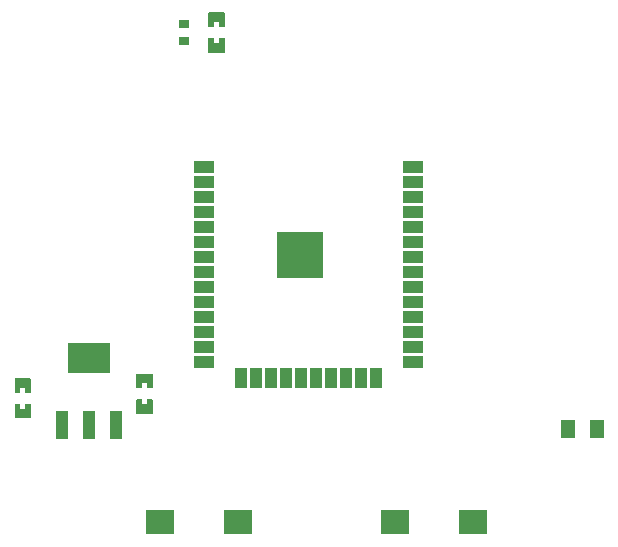
<source format=gtp>
G04 Layer: TopPasteMaskLayer*
G04 EasyEDA v6.5.34, 2023-09-27 10:23:30*
G04 87bef9fe7c554d65b7a66a9a83d39501,21748b100a60428d983dd69a996fde11,10*
G04 Gerber Generator version 0.2*
G04 Scale: 100 percent, Rotated: No, Reflected: No *
G04 Dimensions in millimeters *
G04 leading zeros omitted , absolute positions ,4 integer and 5 decimal *
%FSLAX45Y45*%
%MOMM*%

%AMMACRO1*21,1,$1,$2,0,0,$3*%
%ADD10R,2.4000X2.1001*%
%ADD11R,1.2000X1.5000*%
%ADD12R,0.9000X0.8000*%
%ADD13R,0.9800X2.4700*%
%ADD14MACRO1,3.6X2.47X0.0000*%
%ADD15R,1.8000X1.0008*%
%ADD16R,1.0008X1.8000*%
%ADD17R,4.0000X4.0000*%

%LPD*%
G36*
X3720592Y3484727D02*
G01*
X3715613Y3479698D01*
X3715613Y3364687D01*
X3720592Y3359708D01*
X3762603Y3360216D01*
X3762603Y3404209D01*
X3807612Y3404209D01*
X3807612Y3359200D01*
X3848608Y3359708D01*
X3853586Y3364687D01*
X3853586Y3479698D01*
X3848608Y3484727D01*
G37*
G36*
X3720592Y3269691D02*
G01*
X3715613Y3264712D01*
X3715613Y3149701D01*
X3720592Y3144723D01*
X3848608Y3144723D01*
X3853586Y3149701D01*
X3853586Y3264712D01*
X3848608Y3269691D01*
X3807612Y3269183D01*
X3807612Y3225190D01*
X3762603Y3225190D01*
X3762603Y3269691D01*
G37*
G36*
X3150006Y211988D02*
G01*
X3109010Y211480D01*
X3103981Y206502D01*
X3103981Y91490D01*
X3109010Y86512D01*
X3236976Y86512D01*
X3242005Y91490D01*
X3242005Y206502D01*
X3236976Y211480D01*
X3195015Y211023D01*
X3195015Y166979D01*
X3150006Y166979D01*
G37*
G36*
X3109010Y426516D02*
G01*
X3103981Y421487D01*
X3103981Y306476D01*
X3109010Y301498D01*
X3150006Y302006D01*
X3150006Y345998D01*
X3195015Y345998D01*
X3195015Y301498D01*
X3236976Y301498D01*
X3242005Y306476D01*
X3242005Y421487D01*
X3236976Y426516D01*
G37*
G36*
X2121306Y173888D02*
G01*
X2080310Y173380D01*
X2075281Y168402D01*
X2075281Y53390D01*
X2080310Y48412D01*
X2208276Y48412D01*
X2213305Y53390D01*
X2213305Y168402D01*
X2208276Y173380D01*
X2166315Y172923D01*
X2166315Y128879D01*
X2121306Y128879D01*
G37*
G36*
X2080310Y388416D02*
G01*
X2075281Y383387D01*
X2075281Y268376D01*
X2080310Y263398D01*
X2121306Y263906D01*
X2121306Y307898D01*
X2166315Y307898D01*
X2166315Y263398D01*
X2208276Y263398D01*
X2213305Y268376D01*
X2213305Y383387D01*
X2208276Y388416D01*
G37*
D10*
G01*
X3962196Y-825500D03*
G01*
X3302203Y-825500D03*
G01*
X5296103Y-825500D03*
G01*
X5956096Y-825500D03*
D11*
G01*
X6763410Y-38100D03*
G01*
X7003389Y-38100D03*
D12*
G01*
X3505200Y3244697D03*
G01*
X3505200Y3384702D03*
D13*
G01*
X2475102Y-4089D03*
G01*
X2705100Y-4089D03*
G01*
X2935097Y-4089D03*
D14*
G01*
X2705100Y562899D03*
D15*
G01*
X3674236Y1794738D03*
G01*
X3674236Y1667738D03*
G01*
X3674236Y1540738D03*
G01*
X3674236Y1413738D03*
G01*
X3674236Y1286738D03*
G01*
X3674236Y1159738D03*
G01*
X3674236Y1032738D03*
G01*
X3674236Y905738D03*
D16*
G01*
X5133340Y389661D03*
D15*
G01*
X5444363Y524738D03*
G01*
X5444363Y651738D03*
G01*
X5444363Y778738D03*
G01*
X5444363Y905738D03*
G01*
X5444363Y1032738D03*
G01*
X5444363Y1159738D03*
G01*
X5444363Y1286738D03*
D16*
G01*
X4244340Y389661D03*
D15*
G01*
X3674236Y778738D03*
G01*
X3674236Y651738D03*
G01*
X3674236Y524738D03*
D16*
G01*
X3990340Y389661D03*
G01*
X4117340Y389661D03*
D15*
G01*
X3674236Y1921738D03*
G01*
X3674236Y2048738D03*
G01*
X3674236Y2175738D03*
D16*
G01*
X4371340Y389661D03*
G01*
X4498340Y389661D03*
G01*
X4625340Y389661D03*
G01*
X5006340Y389661D03*
G01*
X4879340Y389661D03*
G01*
X4752340Y389661D03*
D15*
G01*
X5444363Y1413738D03*
G01*
X5444363Y1540738D03*
G01*
X5444363Y1667738D03*
G01*
X5444363Y1794738D03*
G01*
X5444363Y1921738D03*
G01*
X5444363Y2048738D03*
G01*
X5444363Y2175738D03*
D17*
G01*
X4489272Y1434668D03*
M02*

</source>
